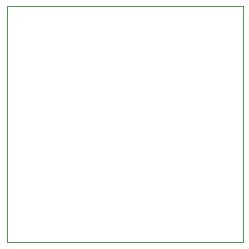
<source format=gbr>
G04 (created by PCBNEW (2013-07-07 BZR 4022)-stable) date 4/12/2015 3:28:36 PM*
%MOIN*%
G04 Gerber Fmt 3.4, Leading zero omitted, Abs format*
%FSLAX34Y34*%
G01*
G70*
G90*
G04 APERTURE LIST*
%ADD10C,0.00590551*%
%ADD11C,0.00393701*%
G04 APERTURE END LIST*
G54D10*
G54D11*
X9842Y-16141D02*
X9842Y-8267D01*
X17716Y-16141D02*
X9842Y-16141D01*
X17716Y-8267D02*
X17716Y-16141D01*
X9842Y-8267D02*
X17716Y-8267D01*
M02*

</source>
